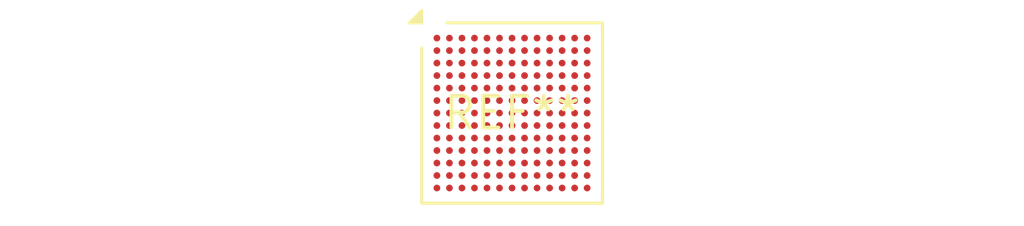
<source format=kicad_pcb>
(kicad_pcb (version 20240108) (generator pcbnew)
  (layers (0 "F.Cu" signal) (31 "B.Cu" signal) (34 "B.Paste" user) (35 "F.Paste" user) (36 "B.SilkS" user "B.Silkscreen") (37 "F.SilkS" user "F.Silkscreen") (38 "B.Mask" user) (39 "F.Mask" user) (44 "Edge.Cuts" user))
  (net 0 "")
  (footprint "UFBGA-169_7x7mm_Layout13x13_P0.5mm" (layer "F.Cu") (at 0 0)
    (property "Reference" "REF**")
    (property "Value" "UFBGA-169_7x7mm_Layout13x13_P0.5mm")
    (fp_line (start -3.61 3.61) (end -3.61 -2.61) (layer "F.SilkS") (stroke (width 0.12)))
    (fp_line (start -2.61 -3.61) (end 3.61 -3.61) (layer "F.SilkS") (stroke (width 0.12)))
    (fp_line (start 3.61 -3.61) (end 3.61 3.61) (layer "F.SilkS") (stroke (width 0.12)))
    (fp_line (start 3.61 3.61) (end -3.61 3.61) (layer "F.SilkS") (stroke (width 0.12)))
    (fp_poly (pts (xy -3.61 -3.61) (xy -4.11 -3.61) (xy -3.61 -4.11) (xy -3.61 -3.61)) (layer "F.SilkS") (stroke (width 0.12)) (fill solid))
    (pad "A1" smd circle (at -3 -3) (size 0.27 0.27) (property pad_prop_bga) (layers "F.Cu" "F.Paste" "F.Mask"))
    (pad "A2" smd circle (at -2.5 -3) (size 0.27 0.27) (property pad_prop_bga) (layers "F.Cu" "F.Paste" "F.Mask"))
    (pad "A3" smd circle (at -2 -3) (size 0.27 0.27) (property pad_prop_bga) (layers "F.Cu" "F.Paste" "F.Mask"))
    (pad "A4" smd circle (at -1.5 -3) (size 0.27 0.27) (property pad_prop_bga) (layers "F.Cu" "F.Paste" "F.Mask"))
    (pad "A5" smd circle (at -1 -3) (size 0.27 0.27) (property pad_prop_bga) (layers "F.Cu" "F.Paste" "F.Mask"))
    (pad "A6" smd circle (at -0.5 -3) (size 0.27 0.27) (property pad_prop_bga) (layers "F.Cu" "F.Paste" "F.Mask"))
    (pad "A7" smd circle (at 0 -3) (size 0.27 0.27) (property pad_prop_bga) (layers "F.Cu" "F.Paste" "F.Mask"))
    (pad "A8" smd circle (at 0.5 -3) (size 0.27 0.27) (property pad_prop_bga) (layers "F.Cu" "F.Paste" "F.Mask"))
    (pad "A9" smd circle (at 1 -3) (size 0.27 0.27) (property pad_prop_bga) (layers "F.Cu" "F.Paste" "F.Mask"))
    (pad "A10" smd circle (at 1.5 -3) (size 0.27 0.27) (property pad_prop_bga) (layers "F.Cu" "F.Paste" "F.Mask"))
    (pad "A11" smd circle (at 2 -3) (size 0.27 0.27) (property pad_prop_bga) (layers "F.Cu" "F.Paste" "F.Mask"))
    (pad "A12" smd circle (at 2.5 -3) (size 0.27 0.27) (property pad_prop_bga) (layers "F.Cu" "F.Paste" "F.Mask"))
    (pad "A13" smd circle (at 3 -3) (size 0.27 0.27) (property pad_prop_bga) (layers "F.Cu" "F.Paste" "F.Mask"))
    (pad "B1" smd circle (at -3 -2.5) (size 0.27 0.27) (property pad_prop_bga) (layers "F.Cu" "F.Paste" "F.Mask"))
    (pad "B2" smd circle (at -2.5 -2.5) (size 0.27 0.27) (property pad_prop_bga) (layers "F.Cu" "F.Paste" "F.Mask"))
    (pad "B3" smd circle (at -2 -2.5) (size 0.27 0.27) (property pad_prop_bga) (layers "F.Cu" "F.Paste" "F.Mask"))
    (pad "B4" smd circle (at -1.5 -2.5) (size 0.27 0.27) (property pad_prop_bga) (layers "F.Cu" "F.Paste" "F.Mask"))
    (pad "B5" smd circle (at -1 -2.5) (size 0.27 0.27) (property pad_prop_bga) (layers "F.Cu" "F.Paste" "F.Mask"))
    (pad "B6" smd circle (at -0.5 -2.5) (size 0.27 0.27) (property pad_prop_bga) (layers "F.Cu" "F.Paste" "F.Mask"))
    (pad "B7" smd circle (at 0 -2.5) (size 0.27 0.27) (property pad_prop_bga) (layers "F.Cu" "F.Paste" "F.Mask"))
    (pad "B8" smd circle (at 0.5 -2.5) (size 0.27 0.27) (property pad_prop_bga) (layers "F.Cu" "F.Paste" "F.Mask"))
    (pad "B9" smd circle (at 1 -2.5) (size 0.27 0.27) (property pad_prop_bga) (layers "F.Cu" "F.Paste" "F.Mask"))
    (pad "B10" smd circle (at 1.5 -2.5) (size 0.27 0.27) (property pad_prop_bga) (layers "F.Cu" "F.Paste" "F.Mask"))
    (pad "B11" smd circle (at 2 -2.5) (size 0.27 0.27) (property pad_prop_bga) (layers "F.Cu" "F.Paste" "F.Mask"))
    (pad "B12" smd circle (at 2.5 -2.5) (size 0.27 0.27) (property pad_prop_bga) (layers "F.Cu" "F.Paste" "F.Mask"))
    (pad "B13" smd circle (at 3 -2.5) (size 0.27 0.27) (property pad_prop_bga) (layers "F.Cu" "F.Paste" "F.Mask"))
    (pad "C1" smd circle (at -3 -2) (size 0.27 0.27) (property pad_prop_bga) (layers "F.Cu" "F.Paste" "F.Mask"))
    (pad "C2" smd circle (at -2.5 -2) (size 0.27 0.27) (property pad_prop_bga) (layers "F.Cu" "F.Paste" "F.Mask"))
    (pad "C3" smd circle (at -2 -2) (size 0.27 0.27) (property pad_prop_bga) (layers "F.Cu" "F.Paste" "F.Mask"))
    (pad "C4" smd circle (at -1.5 -2) (size 0.27 0.27) (property pad_prop_bga) (layers "F.Cu" "F.Paste" "F.Mask"))
    (pad "C5" smd circle (at -1 -2) (size 0.27 0.27) (property pad_prop_bga) (layers "F.Cu" "F.Paste" "F.Mask"))
    (pad "C6" smd circle (at -0.5 -2) (size 0.27 0.27) (property pad_prop_bga) (layers "F.Cu" "F.Paste" "F.Mask"))
    (pad "C7" smd circle (at 0 -2) (size 0.27 0.27) (property pad_prop_bga) (layers "F.Cu" "F.Paste" "F.Mask"))
    (pad "C8" smd circle (at 0.5 -2) (size 0.27 0.27) (property pad_prop_bga) (layers "F.Cu" "F.Paste" "F.Mask"))
    (pad "C9" smd circle (at 1 -2) (size 0.27 0.27) (property pad_prop_bga) (layers "F.Cu" "F.Paste" "F.Mask"))
    (pad "C10" smd circle (at 1.5 -2) (size 0.27 0.27) (property pad_prop_bga) (layers "F.Cu" "F.Paste" "F.Mask"))
    (pad "C11" smd circle (at 2 -2) (size 0.27 0.27) (property pad_prop_bga) (layers "F.Cu" "F.Paste" "F.Mask"))
    (pad "C12" smd circle (at 2.5 -2) (size 0.27 0.27) (property pad_prop_bga) (layers "F.Cu" "F.Paste" "F.Mask"))
    (pad "C13" smd circle (at 3 -2) (size 0.27 0.27) (property pad_prop_bga) (layers "F.Cu" "F.Paste" "F.Mask"))
    (pad "D1" smd circle (at -3 -1.5) (size 0.27 0.27) (property pad_prop_bga) (layers "F.Cu" "F.Paste" "F.Mask"))
    (pad "D2" smd circle (at -2.5 -1.5) (size 0.27 0.27) (property pad_prop_bga) (layers "F.Cu" "F.Paste" "F.Mask"))
    (pad "D3" smd circle (at -2 -1.5) (size 0.27 0.27) (property pad_prop_bga) (layers "F.Cu" "F.Paste" "F.Mask"))
    (pad "D4" smd circle (at -1.5 -1.5) (size 0.27 0.27) (property pad_prop_bga) (layers "F.Cu" "F.Paste" "F.Mask"))
    (pad "D5" smd circle (at -1 -1.5) (size 0.27 0.27) (property pad_prop_bga) (layers "F.Cu" "F.Paste" "F.Mask"))
    (pad "D6" smd circle (at -0.5 -1.5) (size 0.27 0.27) (property pad_prop_bga) (layers "F.Cu" "F.Paste" "F.Mask"))
    (pad "D7" smd circle (at 0 -1.5) (size 0.27 0.27) (property pad_prop_bga) (layers "F.Cu" "F.Paste" "F.Mask"))
    (pad "D8" smd circle (at 0.5 -1.5) (size 0.27 0.27) (property pad_prop_bga) (layers "F.Cu" "F.Paste" "F.Mask"))
    (pad "D9" smd circle (at 1 -1.5) (size 0.27 0.27) (property pad_prop_bga) (layers "F.Cu" "F.Paste" "F.Mask"))
    (pad "D10" smd circle (at 1.5 -1.5) (size 0.27 0.27) (property pad_prop_bga) (layers "F.Cu" "F.Paste" "F.Mask"))
    (pad "D11" smd circle (at 2 -1.5) (size 0.27 0.27) (property pad_prop_bga) (layers "F.Cu" "F.Paste" "F.Mask"))
    (pad "D12" smd circle (at 2.5 -1.5) (size 0.27 0.27) (property pad_prop_bga) (layers "F.Cu" "F.Paste" "F.Mask"))
    (pad "D13" smd circle (at 3 -1.5) (size 0.27 0.27) (property pad_prop_bga) (layers "F.Cu" "F.Paste" "F.Mask"))
    (pad "E1" smd circle (at -3 -1) (size 0.27 0.27) (property pad_prop_bga) (layers "F.Cu" "F.Paste" "F.Mask"))
    (pad "E2" smd circle (at -2.5 -1) (size 0.27 0.27) (property pad_prop_bga) (layers "F.Cu" "F.Paste" "F.Mask"))
    (pad "E3" smd circle (at -2 -1) (size 0.27 0.27) (property pad_prop_bga) (layers "F.Cu" "F.Paste" "F.Mask"))
    (pad "E4" smd circle (at -1.5 -1) (size 0.27 0.27) (property pad_prop_bga) (layers "F.Cu" "F.Paste" "F.Mask"))
    (pad "E5" smd circle (at -1 -1) (size 0.27 0.27) (property pad_prop_bga) (layers "F.Cu" "F.Paste" "F.Mask"))
    (pad "E6" smd circle (at -0.5 -1) (size 0.27 0.27) (property pad_prop_bga) (layers "F.Cu" "F.Paste" "F.Mask"))
    (pad "E7" smd circle (at 0 -1) (size 0.27 0.27) (property pad_prop_bga) (layers "F.Cu" "F.Paste" "F.Mask"))
    (pad "E8" smd circle (at 0.5 -1) (size 0.27 0.27) (property pad_prop_bga) (layers "F.Cu" "F.Paste" "F.Mask"))
    (pad "E9" smd circle (at 1 -1) (size 0.27 0.27) (property pad_prop_bga) (layers "F.Cu" "F.Paste" "F.Mask"))
    (pad "E10" smd circle (at 1.5 -1) (size 0.27 0.27) (property pad_prop_bga) (layers "F.Cu" "F.Paste" "F.Mask"))
    (pad "E11" smd circle (at 2 -1) (size 0.27 0.27) (property pad_prop_bga) (layers "F.Cu" "F.Paste" "F.Mask"))
    (pad "E12" smd circle (at 2.5 -1) (size 0.27 0.27) (property pad_prop_bga) (layers "F.Cu" "F.Paste" "F.Mask"))
    (pad "E13" smd circle (at 3 -1) (size 0.27 0.27) (property pad_prop_bga) (layers "F.Cu" "F.Paste" "F.Mask"))
    (pad "F1" smd circle (at -3 -0.5) (size 0.27 0.27) (property pad_prop_bga) (layers "F.Cu" "F.Paste" "F.Mask"))
    (pad "F2" smd circle (at -2.5 -0.5) (size 0.27 0.27) (property pad_prop_bga) (layers "F.Cu" "F.Paste" "F.Mask"))
    (pad "F3" smd circle (at -2 -0.5) (size 0.27 0.27) (property pad_prop_bga) (layers "F.Cu" "F.Paste" "F.Mask"))
    (pad "F4" smd circle (at -1.5 -0.5) (size 0.27 0.27) (property pad_prop_bga) (layers "F.Cu" "F.Paste" "F.Mask"))
    (pad "F5" smd circle (at -1 -0.5) (size 0.27 0.27) (property pad_prop_bga) (layers "F.Cu" "F.Paste" "F.Mask"))
    (pad "F6" smd circle (at -0.5 -0.5) (size 0.27 0.27) (property pad_prop_bga) (layers "F.Cu" "F.Paste" "F.Mask"))
    (pad "F7" smd circle (at 0 -0.5) (size 0.27 0.27) (property pad_prop_bga) (layers "F.Cu" "F.Paste" "F.Mask"))
    (pad "F8" smd circle (at 0.5 -0.5) (size 0.27 0.27) (property pad_prop_bga) (layers "F.Cu" "F.Paste" "F.Mask"))
    (pad "F9" smd circle (at 1 -0.5) (size 0.27 0.27) (property pad_prop_bga) (layers "F.Cu" "F.Paste" "F.Mask"))
    (pad "F10" smd circle (at 1.5 -0.5) (size 0.27 0.27) (property pad_prop_bga) (layers "F.Cu" "F.Paste" "F.Mask"))
    (pad "F11" smd circle (at 2 -0.5) (size 0.27 0.27) (property pad_prop_bga) (layers "F.Cu" "F.Paste" "F.Mask"))
    (pad "F12" smd circle (at 2.5 -0.5) (size 0.27 0.27) (property pad_prop_bga) (layers "F.Cu" "F.Paste" "F.Mask"))
    (pad "F13" smd circle (at 3 -0.5) (size 0.27 0.27) (property pad_prop_bga) (layers "F.Cu" "F.Paste" "F.Mask"))
    (pad "G1" smd circle (at -3 0) (size 0.27 0.27) (property pad_prop_bga) (layers "F.Cu" "F.Paste" "F.Mask"))
    (pad "G2" smd circle (at -2.5 0) (size 0.27 0.27) (property pad_prop_bga) (layers "F.Cu" "F.Paste" "F.Mask"))
    (pad "G3" smd circle (at -2 0) (size 0.27 0.27) (property pad_prop_bga) (layers "F.Cu" "F.Paste" "F.Mask"))
    (pad "G4" smd circle (at -1.5 0) (size 0.27 0.27) (property pad_prop_bga) (layers "F.Cu" "F.Paste" "F.Mask"))
    (pad "G5" smd circle (at -1 0) (size 0.27 0.27) (property pad_prop_bga) (layers "F.Cu" "F.Paste" "F.Mask"))
    (pad "G6" smd circle (at -0.5 0) (size 0.27 0.27) (property pad_prop_bga) (layers "F.Cu" "F.Paste" "F.Mask"))
    (pad "G7" smd circle (at 0 0) (size 0.27 0.27) (property pad_prop_bga) (layers "F.Cu" "F.Paste" "F.Mask"))
    (pad "G8" smd circle (at 0.5 0) (size 0.27 0.27) (property pad_prop_bga) (layers "F.Cu" "F.Paste" "F.Mask"))
    (pad "G9" smd circle (at 1 0) (size 0.27 0.27) (property pad_prop_bga) (layers "F.Cu" "F.Paste" "F.Mask"))
    (pad "G10" smd circle (at 1.5 0) (size 0.27 0.27) (property pad_prop_bga) (layers "F.Cu" "F.Paste" "F.Mask"))
    (pad "G11" smd circle (at 2 0) (size 0.27 0.27) (property pad_prop_bga) (layers "F.Cu" "F.Paste" "F.Mask"))
    (pad "G12" smd circle (at 2.5 0) (size 0.27 0.27) (property pad_prop_bga) (layers "F.Cu" "F.Paste" "F.Mask"))
    (pad "G13" smd circle (at 3 0) (size 0.27 0.27) (property pad_prop_bga) (layers "F.Cu" "F.Paste" "F.Mask"))
    (pad "H1" smd circle (at -3 0.5) (size 0.27 0.27) (property pad_prop_bga) (layers "F.Cu" "F.Paste" "F.Mask"))
    (pad "H2" smd circle (at -2.5 0.5) (size 0.27 0.27) (property pad_prop_bga) (layers "F.Cu" "F.Paste" "F.Mask"))
    (pad "H3" smd circle (at -2 0.5) (size 0.27 0.27) (property pad_prop_bga) (layers "F.Cu" "F.Paste" "F.Mask"))
    (pad "H4" smd circle (at -1.5 0.5) (size 0.27 0.27) (property pad_prop_bga) (layers "F.Cu" "F.Paste" "F.Mask"))
    (pad "H5" smd circle (at -1 0.5) (size 0.27 0.27) (property pad_prop_bga) (layers "F.Cu" "F.Paste" "F.Mask"))
    (pad "H6" smd circle (at -0.5 0.5) (size 0.27 0.27) (property pad_prop_bga) (layers "F.Cu" "F.Paste" "F.Mask"))
    (pad "H7" smd circle (at 0 0.5) (size 0.27 0.27) (property pad_prop_bga) (layers "F.Cu" "F.Paste" "F.Mask"))
    (pad "H8" smd circle (at 0.5 0.5) (size 0.27 0.27) (property pad_prop_bga) (layers "F.Cu" "F.Paste" "F.Mask"))
    (pad "H9" smd circle (at 1 0.5) (size 0.27 0.27) (property pad_prop_bga) (layers "F.Cu" "F.Paste" "F.Mask"))
    (pad "H10" smd circle (at 1.5 0.5) (size 0.27 0.27) (property pad_prop_bga) (layers "F.Cu" "F.Paste" "F.Mask"))
    (pad "H11" smd circle (at 2 0.5) (size 0.27 0.27) (property pad_prop_bga) (layers "F.Cu" "F.Paste" "F.Mask"))
    (pad "H12" smd circle (at 2.5 0.5) (size 0.27 0.27) (property pad_prop_bga) (layers "F.Cu" "F.Paste" "F.Mask"))
    (pad "H13" smd circle (at 3 0.5) (size 0.27 0.27) (property pad_prop_bga) (layers "F.Cu" "F.Paste" "F.Mask"))
    (pad "J1" smd circle (at -3 1) (size 0.27 0.27) (property pad_prop_bga) (layers "F.Cu" "F.Paste" "F.Mask"))
    (pad "J2" smd circle (at -2.5 1) (size 0.27 0.27) (property pad_prop_bga) (layers "F.Cu" "F.Paste" "F.Mask"))
    (pad "J3" smd circle (at -2 1) (size 0.27 0.27) (property pad_prop_bga) (layers "F.Cu" "F.Paste" "F.Mask"))
    (pad "J4" smd circle (at -1.5 1) (size 0.27 0.27) (property pad_prop_bga) (layers "F.Cu" "F.Paste" "F.Mask"))
    (pad "J5" smd circle (at -1 1) (size 0.27 0.27) (property pad_prop_bga) (layers "F.Cu" "F.Paste" "F.Mask"))
    (pad "J6" smd circle (at -0.5 1) (size 0.27 0.27) (property pad_prop_bga) (layers "F.Cu" "F.Paste" "F.Mask"))
    (pad "J7" smd circle (at 0 1) (size 0.27 0.27) (property pad_prop_bga) (layers "F.Cu" "F.Paste" "F.Mask"))
    (pad "J8" smd circle (at 0.5 1) (size 0.27 0.27) (property pad_prop_bga) (layers "F.Cu" "F.Paste" "F.Mask"))
    (pad "J9" smd circle (at 1 1) (size 0.27 0.27) (property pad_prop_bga) (layers "F.Cu" "F.Paste" "F.Mask"))
    (pad "J10" smd circle (at 1.5 1) (size 0.27 0.27) (property pad_prop_bga) (layers "F.Cu" "F.Paste" "F.Mask"))
    (pad "J11" smd circle (at 2 1) (size 0.27 0.27) (property pad_prop_bga) (layers "F.Cu" "F.Paste" "F.Mask"))
    (pad "J12" smd circle (at 2.5 1) (size 0.27 0.27) (property pad_prop_bga) (layers "F.Cu" "F.Paste" "F.Mask"))
    (pad "J13" smd circle (at 3 1) (size 0.27 0.27) (property pad_prop_bga) (layers "F.Cu" "F.Paste" "F.Mask"))
    (pad "K1" smd circle (at -3 1.5) (size 0.27 0.27) (property pad_prop_bga) (layers "F.Cu" "F.Paste" "F.Mask"))
    (pad "K2" smd circle (at -2.5 1.5) (size 0.27 0.27) (property pad_prop_bga) (layers "F.Cu" "F.Paste" "F.Mask"))
    (pad "K3" smd circle (at -2 1.5) (size 0.27 0.27) (property pad_prop_bga) (layers "F.Cu" "F.Paste" "F.Mask"))
    (pad "K4" smd circle (at -1.5 1.5) (size 0.27 0.27) (property pad_prop_bga) (layers "F.Cu" "F.Paste" "F.Mask"))
    (pad "K5" smd circle (at -1 1.5) (size 0.27 0.27) (property pad_prop_bga) (layers "F.Cu" "F.Paste" "F.Mask"))
    (pad "K6" smd circle (at -0.5 1.5) (size 0.27 0.27) (property pad_prop_bga) (layers "F.Cu" "F.Paste" "F.Mask"))
    (pad "K7" smd circle (at 0 1.5) (size 0.27 0.27) (property pad_prop_bga) (layers "F.Cu" "F.Paste" "F.Mask"))
    (pad "K8" smd circle (at 0.5 1.5) (size 0.27 0.27) (property pad_prop_bga) (layers "F.Cu" "F.Paste" "F.Mask"))
    (pad "K9" smd circle (at 1 1.5) (size 0.27 0.27) (property pad_prop_bga) (layers "F.Cu" "F.Paste" "F.Mask"))
    (pad "K10" smd circle (at 1.5 1.5) (size 0.27 0.27) (property pad_prop_bga) (layers "F.Cu" "F.Paste" "F.Mask"))
    (pad "K11" smd circle (at 2 1.5) (size 0.27 0.27) (property pad_prop_bga) (layers "F.Cu" "F.Paste" "F.Mask"))
    (pad "K12" smd circle (at 2.5 1.5) (size 0.27 0.27) (property pad_prop_bga) (layers "F.Cu" "F.Paste" "F.Mask"))
    (pad "K13" smd circle (at 3 1.5) (size 0.27 0.27) (property pad_prop_bga) (layers "F.Cu" "F.Paste" "F.Mask"))
    (pad "L1" smd circle (at -3 2) (size 0.27 0.27) (property pad_prop_bga) (layers "F.Cu" "F.Paste" "F.Mask"))
    (pad "L2" smd circle (at -2.5 2) (size 0.27 0.27) (property pad_prop_bga) (layers "F.Cu" "F.Paste" "F.Mask"))
    (pad "L3" smd circle (at -2 2) (size 0.27 0.27) (property pad_prop_bga) (layers "F.Cu" "F.Paste" "F.Mask"))
    (pad "L4" smd circle (at -1.5 2) (size 0.27 0.27) (property pad_prop_bga) (layers "F.Cu" "F.Paste" "F.Mask"))
    (pad "L5" smd circle (at -1 2) (size 0.27 0.27) (property pad_prop_bga) (layers "F.Cu" "F.Paste" "F.Mask"))
    (pad "L6" smd circle (at -0.5 2) (size 0.27 0.27) (property pad_prop_bga) (layers "F.Cu" "F.Paste" "F.Mask"))
    (pad "L7" smd circle (at 0 2) (size 0.27 0.27) (property pad_prop_bga) (layers "F.Cu" "F.Paste" "F.Mask"))
    (pad "L8" smd circle (at 0.5 2) (size 0.27 0.27) (property pad_prop_bga) (layers "F.Cu" "F.Paste" "F.Mask"))
    (pad "L9" smd circle (at 1 2) (size 0.27 0.27) (property pad_prop_bga) (layers "F.Cu" "F.Paste" "F.Mask"))
    (pad "L10" smd circle (at 1.5 2) (size 0.27 0.27) (property pad_prop_bga) (layers "F.Cu" "F.Paste" "F.Mask"))
    (pad "L11" smd circle (at 2 2) (size 0.27 0.27) (property pad_prop_bga) (layers "F.Cu" "F.Paste" "F.Mask"))
    (pad "L12" smd circle (at 2.5 2) (size 0.27 0.27) (property pad_prop_bga) (layers "F.Cu" "F.Paste" "F.Mask"))
    (pad "L13" smd circle (at 3 2) (size 0.27 0.27) (property pad_prop_bga) (layers "F.Cu" "F.Paste" "F.Mask"))
    (pad "M1" smd circle (at -3 2.5) (size 0.27 0.27) (property pad_prop_bga) (layers "F.Cu" "F.Paste" "F.Mask"))
    (pad "M2" smd circle (at -2.5 2.5) (size 0.27 0.27) (property pad_prop_bga) (layers "F.Cu" "F.Paste" "F.Mask"))
    (pad "M3" smd circle (at -2 2.5) (size 0.27 0.27) (property pad_prop_bga) (layers "F.Cu" "F.Paste" "F.Mask"))
    (pad "M4" smd circle (at -1.5 2.5) (size 0.27 0.27) (property pad_prop_bga) (layers "F.Cu" "F.Paste" "F.Mask"))
    (pad "M5" smd circle (at -1 2.5) (size 0.27 0.27) (property pad_prop_bga) (layers "F.Cu" "F.Paste" "F.Mask"))
    (pad "M6" smd circle (at -0.5 2.5) (size 0.27 0.27) (property pad_prop_bga) (layers "F.Cu" "F.Paste" "F.Mask"))
    (pad "M7" smd circle (at 0 2.5) (size 0.27 0.27) (property pad_prop_bga) (layers "F.Cu" "F.Paste" "F.Mask"))
    (pad "M8" smd circle (at 0.5 2.5) (size 0.27 0.27) (property pad_prop_bga) (layers "F.Cu" "F.Paste" "F.Mask"))
    (pad "M9" smd circle (at 1 2.5) (size 0.27 0.27) (property pad_prop_bga) (layers "F.Cu" "F.Paste" "F.Mask"))
    (pad "M10" smd circle (at 1.5 2.5) (size 0.27 0.27) (property pad_prop_bga) (layers "F.Cu" "F.Paste" "F.Mask"))
    (pad "M11" smd circle (at 2 2.5) (size 0.27 0.27) (property pad_prop_bga) (layers "F.Cu" "F.Paste" "F.Mask"))
    (pad "M12" smd circle (at 2.5 2.5) (size 0.27 0.27) (property pad_prop_bga) (layers "F.Cu" "F.Paste" "F.Mask"))
    (pad "M13" smd circle (at 3 2.5) (size 0.27 0.27) (property pad_prop_bga) (layers "F.Cu" "F.Paste" "F.Mask"))
    (pad "N1" smd circle (at -3 3) (size 0.27 0.27) (property pad_prop_bga) (layers "F.Cu" "F.Paste" "F.Mask"))
    (pad "N2" smd circle (at -2.5 3) (size 0.27 0.27) (property pad_prop_bga) (layers "F.Cu" "F.Paste" "F.Mask"))
    (pad "N3" smd circle (at -2 3) (size 0.27 0.27) (property pad_prop_bga) (layers "F.Cu" "F.Paste" "F.Mask"))
    (pad "N4" smd circle (at -1.5 3) (size 0.27 0.27) (property pad_prop_bga) (layers "F.Cu" "F.Paste" "F.Mask"))
    (pad "N5" smd circle (at -1 3) (size 0.27 0.27) (property pad_prop_bga) (layers "F.Cu" "F.Paste" "F.Mask"))
    (pad "N6" smd circle (at -0.5 3) (size 0.27 0.27) (property pad_prop_bga) (layers "F.Cu" "F.Paste" "F.Mask"))
    (pad "N7" smd circle (at 0 3) (size 0.27 0.27) (property pad_prop_bga) (layers "F.Cu" "F.Paste" "F.Mask"))
    (pad "N8" smd circle (at 0.5 3) (size 0.27 0.27) (property pad_prop_bga) (layers "F.Cu" "F.Paste" "F.Mask"))
    (pad "N9" smd circle (at 1 3) (size 0.27 0.27) (property pad_prop_bga) (layers "F.Cu" "F.Paste" "F.Mask"))
    (pad "N10" smd circle (at 1.5 3) (size 0.27 0.27) (property pad_prop_bga) (layers "F.Cu" "F.Paste" "F.Mask"))
    (pad "N11" smd circle (at 2 3) (size 0.27 0.27) (property pad_prop_bga) (layers "F.Cu" "F.Paste" "F.Mask"))
    (pad "N12" smd circle (at 2.5 3) (size 0.27 0.27) (property pad_prop_bga) (layers "F.Cu" "F.Paste" "F.Mask"))
    (pad "N13" smd circle (at 3 3) (size 0.27 0.27) (property pad_prop_bga) (layers "F.Cu" "F.Paste" "F.Mask"))
  )
)
</source>
